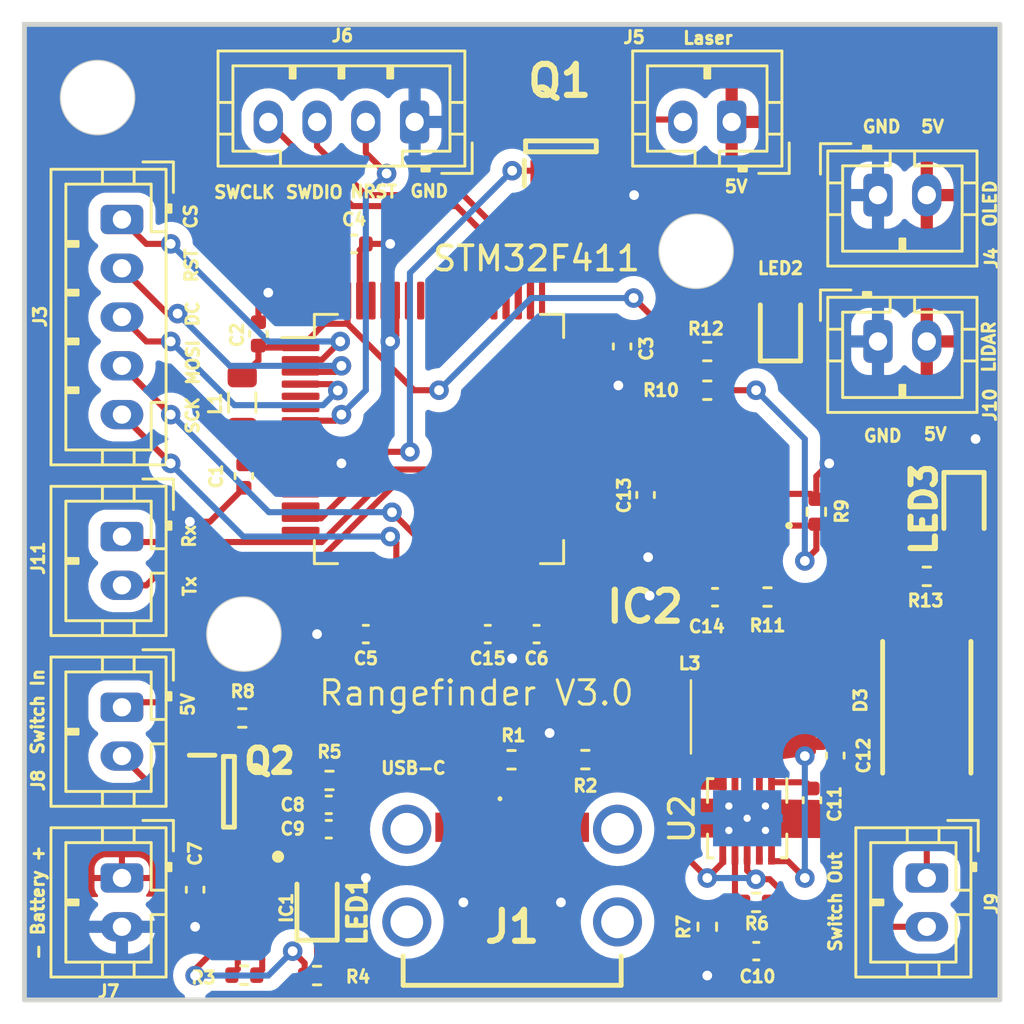
<source format=kicad_pcb>
(kicad_pcb (version 20221018) (generator pcbnew)
  (layers (0 "F.Cu" signal) (31 "B.Cu" signal) (34 "B.Paste" user) (35 "F.Paste" user) (36 "B.SilkS" user "B.Silkscreen") (37 "F.SilkS" user "F.Silkscreen") (38 "B.Mask" user) (39 "F.Mask" user) (44 "Edge.Cuts" user))
  (net 0 "")
  (net 1 "GND")
  (net 2 "3.3V_Board")
  (net 3 "Net-(IC1-VBAT_1)")
  (net 4 "5V_USB")
  (net 5 "Net-(J9-Pin_2)")
  (net 6 "Net-(U2-VAUX)")
  (net 7 "5V_Board")
  (net 8 "Net-(J9-Pin_1)")
  (net 9 "Net-(IC1-STAT)")
  (net 11 "Net-(IC1-PROG)")
  (net 12 "Net-(IC2-FB)")
  (net 20 "Net-(IC2-EN)")
  (net 23 "Net-(J1-CC1)")
  (net 24 "Net-(J1-CC2)")
  (net 29 "/Processor/PC6_USART6_TX")
  (net 30 "/Processor/PC7_USART6_RX")
  (net 31 "/Processor/OLED_DC")
  (net 32 "/Processor/SPI_RST")
  (net 33 "/Processor/SPI_CS")
  (net 34 "/Processor/PA5_SPI1_SCK")
  (net 35 "/Processor/PA7_SPI1_MOSI")
  (net 36 "/Processor/NRST")
  (net 37 "/Processor/SWCLK")
  (net 38 "/Processor/SWDIO")
  (net 39 "Net-(U2-L)")
  (net 40 "Net-(LED1-Pad1)")
  (net 41 "Net-(LED2-Pad2)")
  (net 42 "Net-(LED3-Pad2)")
  (net 43 "/Processor/PA1_LASER_SWITCH")
  (net 44 "Net-(Q2-Pad1)")
  (net 45 "Net-(U2-UVLO)")
  (net 46 "Net-(STM32F411-VDDA)")
  (net 47 "Net-(STM32F411-VCAP1)")
  (net 88 "Net-(J8-Pin_2)")
  (net 89 "Net-(J5-Pin_2)")
  (footprint "Capacitor_SMD:C_0402_1005Metric" (layer "F.Cu") (at 144 115)
    (fp_text reference "C5")
    (fp_text value "0.1uF")
  )
  (footprint "lib:SOT95P230X110-3N" (layer "F.Cu") (at 152 95 90)
    (fp_text reference "Q1")
    (fp_text value "PMV50XPAR" hide)
  )
  (footprint "Resistor_SMD:R_0402_1005Metric" (layer "F.Cu") (at 149.973157 120.153463)
    (fp_text reference "R1")
    (fp_text value "5.11K")
  )
  (footprint "Connector_JST:JST_PH_B2B-PH-K_1x02_P2.00mm_Vertical" (layer "F.Cu") (at 159 94 180)
    (fp_text reference "J5")
    (fp_text value "LASER")
  )
  (footprint "Resistor_SMD:R_0402_1005Metric" (layer "F.Cu") (at 162.470505 109.984308 90)
    (fp_text reference "R9")
    (fp_text value "24K")
  )
  (footprint "Capacitor_SMD:C_0402_1005Metric" (layer "F.Cu") (at 139.595765 102.690126 90)
    (fp_text reference "C2")
    (fp_text value "1uF")
  )
  (footprint "Capacitor_SMD:C_0402_1005Metric" (layer "F.Cu") (at 154.508097 103.205388 90)
    (fp_text reference "C3")
    (fp_text value "0.1uF")
  )
  (footprint "rangefinder_lib:SON50P300X200X100-9N-D" (layer "F.Cu") (at 139 126 -90)
    (fp_text reference "IC1")
    (fp_text value "Battery_Charger" hide)
  )
  (footprint "Capacitor_SMD:C_0402_1005Metric" (layer "F.Cu") (at 142.48 123 180)
    (fp_text reference "C9")
    (fp_text value "0.1uF")
  )
  (footprint "Resistor_SMD:R_0402_1005Metric" (layer "F.Cu") (at 153 120.146374)
    (fp_text reference "R2")
    (fp_text value "5.11K")
  )
  (footprint "Resistor_SMD:R_0402_1005Metric" (layer "F.Cu") (at 160.469636 113.478667 180)
    (fp_text reference "R11")
    (fp_text value "100K")
  )
  (footprint "Capacitor_SMD:C_0402_1005Metric" (layer "F.Cu") (at 160.01 128 180)
    (fp_text reference "C10")
    (fp_text value "4.7uF")
  )
  (footprint "lib:SMBJ20CDM3I" (layer "F.Cu") (at 167 118 -90)
    (fp_text reference "D3")
    (fp_text value "VS-10BQ040HM3_5BT" hide)
  )
  (footprint "Capacitor_SMD:C_0402_1005Metric" (layer "F.Cu") (at 142.48 122 180)
    (fp_text reference "C8")
    (fp_text value "10uF")
  )
  (footprint "Capacitor_SMD:C_0402_1005Metric" (layer "F.Cu") (at 163.25 119.98 -90)
    (fp_text reference "C12")
    (fp_text value "22uF")
  )
  (footprint "Package_QFP:LQFP-64_10x10mm_P0.5mm" (layer "F.Cu") (at 147 107)
    (fp_text reference "STM32F411")
    (fp_text value "STM32F411RETx")
  )
  (footprint "Resistor_SMD:R_0402_1005Metric" (layer "F.Cu") (at 138.933993 118.438713 180)
    (fp_text reference "R8")
    (fp_text value "1K")
  )
  (footprint "Resistor_SMD:R_0402_1005Metric" (layer "F.Cu") (at 167 112.632571 180)
    (fp_text reference "R13")
    (fp_text value "1K")
  )
  (footprint "Capacitor_SMD:C_0402_1005Metric" (layer "F.Cu") (at 158.318281 113.486453 180)
    (fp_text reference "C14")
    (fp_text value "10uF")
  )
  (footprint "Connector_JST:JST_PH_B4B-PH-K_1x04_P2.00mm_Vertical" (layer "F.Cu") (at 146 94 180)
    (fp_text reference "J6")
    (fp_text value "DEBUG")
  )
  (footprint "Capacitor_SMD:C_0402_1005Metric" (layer "F.Cu") (at 155.470107 109.294687 90)
    (fp_text reference "C13")
    (fp_text value "22uF")
  )
  (footprint "Connector_JST:JST_PH_B2B-PH-K_1x02_P2.00mm_Vertical" (layer "F.Cu") (at 165 103)
    (fp_text reference "J10")
    (fp_text value "LIDAR_PWR")
  )
  (footprint "Capacitor_SMD:C_0402_1005Metric" (layer "F.Cu") (at 151 115)
    (fp_text reference "C6")
    (fp_text value "0.1uF")
  )
  (footprint "Resistor_SMD:R_0402_1005Metric" (layer "F.Cu") (at 142.51 121)
    (fp_text reference "R5")
    (fp_text value "10K")
  )
  (footprint "Connector_JST:JST_PH_B2B-PH-K_1x02_P2.00mm_Vertical" (layer "F.Cu") (at 134 118 -90)
    (fp_text reference "J8")
    (fp_text value "Switch_In")
  )
  (footprint "Capacitor_SMD:C_0402_1005Metric" (layer "F.Cu") (at 137 125.48 90)
    (fp_text reference "C7")
    (fp_text value "10uF")
  )
  (footprint "Resistor_SMD:R_0402_1005Metric" (layer "F.Cu") (at 158 105 180)
    (fp_text reference "R10")
    (fp_text value "75K")
  )
  (footprint "Capacitor_SMD:C_0402_1005Metric" (layer "F.Cu") (at 162.293743 121.810328 -90)
    (fp_text reference "C11")
    (fp_text value "1uF")
  )
  (footprint "Resistor_SMD:R_0402_1005Metric" (layer "F.Cu") (at 142 129 180)
    (fp_text reference "R4")
    (fp_text value "1K")
  )
  (footprint "Connector_JST:JST_PH_B2B-PH-K_1x02_P2.00mm_Vertical" (layer "F.Cu") (at 165 97)
    (fp_text reference "J4")
    (fp_text value "OLED_PWR")
  )
  (footprint "rangefinder_lib:USB4125GFA0190" (layer "F.Cu") (at 150 126)
    (fp_text reference "J1")
    (fp_text value "USB-C" hide)
  )
  (footprint "Connector_JST:JST_PH_B2B-PH-K_1x02_P2.00mm_Vertical" (layer "F.Cu") (at 167 125 -90)
    (fp_text reference "J9")
    (fp_text value "Switch_Out")
  )
  (footprint "lib:SOT95P230X110-3N" (layer "F.Cu") (at 138.387046 121.46544)
    (fp_text reference "Q2")
    (fp_text value "PMV50XPAR" hide)
  )
  (footprint "lib:LEDC1608X90N" (layer "F.Cu") (at 161 102.25 90)
    (fp_text reference "LED2")
    (fp_text value "3.3V_LED" hide)
  )
  (footprint "Capacitor_SMD:C_0402_1005Metric" (layer "F.Cu") (at 143.52 99 180)
    (fp_text reference "C4")
    (fp_text value "0.1uF")
  )
  (footprint "Connector_JST:JST_PH_B2B-PH-K_1x02_P2.00mm_Vertical" (layer "F.Cu") (at 134 111 -90)
    (fp_text reference "J11")
    (fp_text value "LIDAR_UART")
  )
  (footprint "Resistor_SMD:R_0402_1005Metric" (layer "F.Cu") (at 139.017612 128.982987 180)
    (fp_text reference "R3")
    (fp_text value "2K")
  )
  (footprint "rangefinder_lib:LQH3NPN100MGRL" (layer "F.Cu") (at 157.329985 118.395035)
    (fp_text reference "L3")
    (fp_text value "2.2uH" hide)
  )
  (footprint "Resistor_SMD:R_0402_1005Metric" (layer "F.Cu") (at 158 103.414193 180)
    (fp_text reference "R12")
    (fp_text value "1K")
  )
  (footprint "Capacitor_SMD:C_0402_1005Metric" (layer "F.Cu") (at 139 108.52 90)
    (fp_text reference "C1")
    (fp_text value "0.1uF")
  )
  (footprint "Package_SON:Texas_S-PVSON-N10_ThermalVias" (layer "F.Cu") (at 159.635 122.55 -90)
    (fp_text reference "U2")
    (fp_text value "5V_Boost")
  )
  (footprint "lib:LEDC1608X90N" (layer "F.Cu") (at 168.526962 109.920503 -90)
    (fp_text reference "LED3")
    (fp_text value "5V_LED" hide)
  )
  (footprint "Inductor_SMD:L_0805_2012Metric" (layer "F.Cu") (at 138.931486 105.507004 -90)
    (fp_text reference "L1")
    (fp_text value "100uH")
  )
  (footprint "lib:LEDC1608X90N" (layer "F.Cu") (at 142 126 90)
    (fp_text reference "LED1")
    (fp_text value "Charging_LED" hide)
  )
  (footprint "Capacitor_SMD:C_0402_1005Metric" (layer "F.Cu") (at 149 115)
    (fp_text reference "C15")
    (fp_text value "1uF")
  )
  (footprint "Resistor_SMD:R_0402_1005Metric" (layer "F.Cu") (at 158 127 -90)
    (fp_text reference "R7")
    (fp_text value "200K")
  )
  (footprint "Connector_JST:JST_PH_B5B-PH-K_1x05_P2.00mm_Vertical" (layer "F.Cu") (at 134 98 -90)
    (fp_text reference "J3")
    (fp_text value "OLED_SPI")
  )
  (footprint "lib:MPM3610AGQVZ" (layer "F.Cu") (at 159 109 180)
    (fp_text reference "IC2")
    (fp_text value "3.3V_Buck" hide)
  )
  (footprint "Connector_JST:JST_PH_B2B-PH-K_1x02_P2.00mm_Vertical" (layer "F.Cu") (at 134 125 -90)
    (fp_text reference "J7")
    (fp_text value "Battery")
  )
  (footprint "Resistor_SMD:R_0402_1005Metric" (layer "F.Cu") (at 160 126 180)
    (fp_text reference "R6")
    (fp_text value "2.2M")
  )
  (gr_rect (start 130 90) (end 170 130) (stroke (width 0.2)) (fill none) (layer "Edge.Cuts"))
  (gr_circle (center 157.54277 99.304819) (end 159.04277 99.304819) (stroke (width 0.1)) (fill none) (layer "Edge.Cuts"))
  (gr_circle (center 139 115) (end 140.5 115) (stroke (width 0.1)) (fill none) (layer "Edge.Cuts"))
  (gr_circle (center 133 93) (end 134.5 93) (stroke (width 0.1)) (fill none) (layer "Edge.Cuts"))
  (gr_text "Switch Out" (at 163.542211 128.084796 90) (layer "F.SilkS") (effects (font (size 0.5 0.5) (thickness 0.125) bold) (justify left bottom)))
  (gr_text "Laser" (at 156.945336 90.852821) (layer "F.SilkS") (effects (font (size 0.5 0.5) (thickness 0.125) bold) (justify left bottom)))
  (gr_text "USB-C" (at 144.558277 120.785021) (layer "F.SilkS") (effects (font (size 0.5 0.5) (thickness 0.125) bold) (justify left bottom)))
  (gr_text "5V" (at 137 118.423795 90) (layer "F.SilkS") (effects (font (size 0.5 0.5) (thickness 0.125) bold) (justify left bottom)))
  (gr_text "SWCLK" (at 137.711804 97.175009) (layer "F.SilkS") (effects (font (size 0.5 0.5) (thickness 0.125) bold) (justify left bottom)))
  (gr_text "GND" (at 164.304819 94.485805) (layer "F.SilkS") (effects (font (size 0.5 0.5) (thickness 0.125) bold) (justify left bottom)))
  (gr_text "5V" (at 158.647864 96.939733) (layer "F.SilkS") (effects (font (size 0.5 0.5) (thickness 0.125) bold) (justify left bottom)))
  (gr_text "DC" (at 137.190262 102.452997 90) (layer "F.SilkS") (effects (font (size 0.5 0.5) (thickness 0.125) bold) (justify left bottom)))
  (gr_text "GND" (at 164.350019 107.164361) (layer "F.SilkS") (effects (font (size 0.5 0.5) (thickness 0.125) bold) (justify left bottom)))
  (gr_text "Rx" (at 137.050803 111.525215 90) (layer "F.SilkS") (effects (font (size 0.5 0.5) (thickness 0.125) bold) (justify left bottom)))
  (gr_text "OLED" (at 169.887 98.372991 90) (layer "F.SilkS") (effects (font (size 0.5 0.5) (thickness 0.125) bold) (justify left bottom)))
  (gr_text "CS" (at 137.114929 98.445277 90) (layer "F.SilkS") (effects (font (size 0.5 0.5) (thickness 0.125) bold) (justify left bottom)))
  (gr_text "LIDAR" (at 169.8418 104.339371 90) (layer "F.SilkS") (effects (font (size 0.5 0.5) (thickness 0.125) bold) (justify left bottom)))
  (gr_text "5V" (at 166.700411 94.485805) (layer "F.SilkS") (effects (font (size 0.5 0.5) (thickness 0.125) bold) (justify left bottom)))
  (gr_text "GND" (at 145.757376 97.129809) (layer "F.SilkS") (effects (font (size 0.5 0.5) (thickness 0.125) bold) (justify left bottom)))
  (gr_text "SWDIO" (at 140.649794 97.175009) (layer "F.SilkS") (effects (font (size 0.5 0.5) (thickness 0.125) bold) (justify left bottom)))
  (gr_text "NRST" (at 143.293985 97.152409) (layer "F.SilkS") (effects (font (size 0.5 0.5) (thickness 0.125) bold) (justify left bottom)))
  (gr_text "Tx" (at 137.073403 113.514008 90) (layer "F.SilkS") (effects (font (size 0.5 0.5) (thickness 0.125) bold) (justify left bottom)))
  (gr_text "RST" (at 137.145062 100.645003 90) (layer "F.SilkS") (effects (font (size 0.5 0.5) (thickness 0.125) bold) (justify left bottom)))
  (gr_text "MOSI" (at 137.205329 104.848588 90) (layer "F.SilkS") (effects (font (size 0.5 0.5) (thickness 0.125) bold) (justify left bottom)))
  (gr_text "SCK" (at 137.190262 106.852448 90) (layer "F.SilkS") (effects (font (size 0.5 0.5) (thickness 0.125) bold) (justify left bottom)))
  (gr_text "Switch In" (at 130.838214 120 90) (layer "F.SilkS") (effects (font (size 0.5 0.5) (thickness 0.125) bold) (justify left bottom)))
  (gr_text "Rangefinder V3.0" (at 142 118) (layer "F.SilkS") (effects (font (size 1 1) (thickness 0.125) bold) (justify left bottom)))
  (gr_text "5V" (at 166.81341 107.096561) (layer "F.SilkS") (effects (font (size 0.5 0.5) (thickness 0.125) bold) (justify left bottom)))
  (gr_text "- Battery +" (at 130.848171 128.416261 90) (layer "F.SilkS") (effects (font (size 0.5 0.5) (thickness 0.125) bold) (justify left bottom)))
  (segment (start 150.25 114.73) (end 150.52 115) (width 0.25) (layer "F.Cu") (net 1))
  (segment (start 150.483157 120.108439) (end 151.535701 119.055895) (width 0.25) (layer "F.Cu") (net 1))
  (segment (start 162.470505 109.474308) (end 162.470505 108.529495) (width 0.25) (layer "F.Cu") (net 1))
  (segment (start 159 128) (end 158 129) (width 0.25) (layer "F.Cu") (net 1))
  (segment (start 143.75 101.325) (end 143.75 99.25) (width 0.25) (layer "F.Cu") (net 1))
  (segment (start 159.135 121.965) (end 159 122.1) (width 0.25) (layer "F.Cu") (net 1))
  (segment (start 142.96 123.96) (end 144 125) (width 0.25) (layer "F.Cu") (net 1))
  (segment (start 138.75 127.5) (end 138.75 126.25) (width 0.25) (layer "F.Cu") (net 1))
  (segment (start 142.25 108.75) (end 143 108) (width 0.25) (layer "F.Cu") (net 1))
  (segment (start 160.135 124.025) (end 160.135 123.135) (width 0.25) (layer "F.Cu") (net 1))
  (segment (start 162.470505 108.529495) (end 163 108) (width 0.25) (layer "F.Cu") (net 1))
  (segment (start 154.1 96.1) (end 155 97) (width 0.25) (layer "F.Cu") (net 1))
  (segment (start 162.246197 109.25) (end 162.470505 109.474308) (width 0.25) (layer "F.Cu") (net 1))
  (segment (start 137.608269 110.391731) (end 136.785207 110.391731) (width 0.25) (layer "F.Cu") (net 1))
  (segment (start 149.48 115) (end 150.52 115) (width 0.25) (layer "F.Cu") (net 1))
  (segment (start 139.595765 101.404235) (end 140 101) (width 0.25) (layer "F.Cu") (net 1))
  (segment (start 154.443485 103.75) (end 154.508097 103.685388) (width 0.25) (layer "F.Cu") (net 1))
  (segment (start 143.75 114.77) (end 143.52 115) (width 0.25) (layer "F.Cu") (net 1))
  (segment (start 141.325 108.75) (end 142.25 108.75) (width 0.25) (layer "F.Cu") (net 1))
  (segment (start 152.75 125.25) (end 152 126) (width 0.25) (layer "F.Cu") (net 1))
  (segment (start 143.52 115) (end 142 115) (width 0.25) (layer "F.Cu") (net 1))
  (segment (start 143.02 121) (end 143.02 121.94) (width 0.25) (layer "F.Cu") (net 1))
  (segment (start 154.508097 103.685388) (end 154.508097 104.650191) (width 0.25) (layer "F.Cu") (net 1))
  (segment (start 152.675 103.75) (end 154.443485 103.75) (width 0.25) (layer "F.Cu") (net 1))
  (segment (start 153.51 119.51) (end 153.055895 119.055895) (width 0.25) (layer "F.Cu") (net 1))
  (segment (start 160.135 123.135) (end 160 123) (width 0.25) (layer "F.Cu") (net 1))
  (segment (start 153.055895 119.055895) (end 151.535701 119.055895) (width 0.25) (layer "F.Cu") (net 1))
  (segment (start 150.483157 120.153463) (end 150.483157 120.108439) (width 0.25) (layer "F.Cu") (net 1))
  (segment (start 144 99) (end 145 99) (width 0.25) (layer "F.Cu") (net 1))
  (segment (start 168.526962 107.473038) (end 168.526962 109.170503) (width 0.25) (layer "F.Cu") (net 1))
  (segment (start 143.75 99.25) (end 144 99) (width 0.25) (layer "F.Cu") (net 1))
  (segment (start 142.96 123) (end 142.96 123.96) (width 0.25) (layer "F.Cu") (net 1))
  (segment (start 152.75 122.92) (end 152.75 125.25) (width 0.25) (layer "F.Cu") (net 1))
  (segment (start 159.53 128) (end 159 128) (width 0.25) (layer "F.Cu") (net 1))
  (segment (start 145.25 102.75) (end 145 103) (width 0.25) (layer "F.Cu") (net 1))
  (segment (start 163.25 120.46) (end 163.25 121.75) (width 0.25) (layer "F.Cu") (net 1))
  (segment (start 138.75 126.25) (end 139 126) (width 0.25) (layer "F.Cu") (net 1))
  (segment (start 137 125.96) (end 137 127) (width 0.25) (layer "F.Cu") (net 1))
  (segment (start 143.75 112.675) (end 143.75 114.77) (width 0.25) (layer "F.Cu") (net 1))
  (segment (start 147.25 125.25) (end 148 126) (width 0.25) (layer "F.Cu") (net 1))
  (segment (start 169 107) (end 168.526962 107.473038) (width 0.25) (layer "F.Cu") (net 1))
  (segment (start 160.25 109.25) (end 162.246197 109.25) (width 0.25) (layer "F.Cu") (net 1))
  (segment (start 139.595765 102.210126) (end 139.595765 101.404235) (width 0.25) (layer "F.Cu") (net 1))
  (segment (start 153.51 120.146374) (end 153.51 119.51) (width 0.25) (layer "F.Cu") (net 1))
  (segment (start 138.75 127.5) (end 138.75 128.740599) (width 0.25) (layer "F.Cu") (net 1))
  (segment (start 149.48 115) (end 149.48 115.48) (width 0.25) (layer "F.Cu") (net 1))
  (segment (start 161 103) (end 165 103) (width 0.25) (layer "F.Cu") (net 1))
  (segment (start 163.25 121.75) (end 163 122) (width 0.25) (layer "F.Cu") (net 1))
  (segment (start 150.25 112.675) (end 150.25 114.73) (width 0.25) (layer "F.Cu") (net 1))
  (segment (start 149.48 115.48) (end 150 116) (width 0.25) (layer "F.Cu") (net 1))
  (segment (start 159.135 121.075) (end 159.135 121.965) (width 0.25) (layer "F.Cu") (net 1))
  (segment (start 142.96 122) (end 142.96 123) (width 0.25) (layer "F.Cu") (net 1))
  (segment (start 158 127.51) (end 158 129) (width 0.25) (layer "F.Cu") (net 1))
  (segment (start 145.25 101.325) (end 145.25 102.75) (width 0.25) (layer "F.Cu") (net 1))
  (segment (start 138.75 128.740599) (end 138.507612 128.982987) (width 0.25) (layer "F.Cu") (net 1))
  (segment (start 154.508097 104.650191) (end 154.353523 104.804765) (width 0.25) (layer "F.Cu") (net 1))
  (segment (start 147.25 122.92) (end 147.25 125.25) (width 0.25) (layer "F.Cu") (net 1))
  (segment (start 152.95 96.1) (end 154.1 96.1) (width 0.25) (layer "F.Cu") (net 1))
  (segment (start 139 109) (end 137.608269 110.391731) (width 0.25) (layer "F.Cu") (net 1))
  (segment (start 143.02 121.94) (end 142.96 122) (width 0.25) (layer "F.Cu") (net 1))
  (via (at 148 126) (size 0.8) (drill 0.4) (layers "F.Cu" "B.Cu") (net 1))
  (via (at 151.535701 119.055895) (size 0.8) (drill 0.4) (layers "F.Cu" "B.Cu") (net 1))
  (via (at 143 108) (size 0.8) (drill 0.4) (layers "F.Cu" "B.Cu") (net 1))
  (via (at 144 125) (size 0.8) (drill 0.4) (layers "F.Cu" "B.Cu") (net 1))
  (via (at 139 115) (size 3.2) (drill 3) (layers "F.Cu" "B.Cu") (net 1))
  (via (at 155.635352 113.425422) (size 0.8) (drill 0.4) (layers "F.Cu" "B.Cu") (net 1))
  (via (at 140 101) (size 0.8) (drill 0.4) (layers "F.Cu" "B.Cu") (net 1))
  (via (at 163 108) (size 0.8) (drill 0.4) (layers "F.Cu" "B.Cu") (net 1))
  (via (at 169 107) (size 0.8) (drill 0.4) (layers "F.Cu" "B.Cu") (net 1))
  (via (at 157.54277 99.304819) (size 3.2) (drill 3) (layers "F.Cu" "B.Cu") (net 1))
  (via (at 155 97) (size 0.8) (drill 0.4) (layers "F.Cu" "B.Cu") (net 1))
  (via (at 136.785207 110.391731) (size 0.8) (drill 0.4) (layers "F.Cu" "B.Cu") (net 1))
  (via (at 137 127) (size 0.8) (drill 0.4) (layers "F.Cu" "B.Cu") (net 1))
  (via (at 152 126) (size 0.8) (drill 0.4) (layers "F.Cu" "B.Cu") (net 1))
  (via (at 145 103) (size 0.8) (drill 0.4) (layers "F.Cu" "B.Cu") (net 1))
  (via (at 154.353523 104.804765) (size 0.8) (drill 0.4) (layers "F.Cu" "B.Cu") (net 1))
  (via (at 133 93) (size 3.2) (drill 3) (layers "F.Cu" "B.Cu") (net 1))
  (via (at 142 115) (size 0.8) (drill 0.4) (layers "F.Cu" "B.Cu") (net 1))
  (via (at 145 99) (size 0.8) (drill 0.4) (layers "F.Cu" "B.Cu") (net 1))
  (via (at 158 129) (size 0.8) (drill 0.4) (layers "F.Cu" "B.Cu") (net 1))
  (via (at 155.574577 111.845282) (size 0.8) (drill 0.4) (layers "F.Cu" "B.Cu") (net 1))
  (via (at 150 116) (size 0.8) (drill 0.4) (layers "F.Cu" "B.Cu") (net 1))
  (segment (start 144.25 114.77) (end 144.48 115) (width 0.25) (layer "F.Cu") (net 2))
  (segment (start 143.25 102.275305) (end 143.25 101.325) (width 0.25) (layer "F.Cu") (net 2))
  (segment (start 150.75 112.675) (end 151.48 113.405) (width 0.25) (layer "F.Cu") (net 2))
  (segment (start 147 105) (end 145.974695 105) (width 0.25) (layer "F.Cu") (net 2))
  (segment (start 154 110.277185) (end 154 112.48) (width 0.25) (layer "F.Cu") (net 2))
  (segment (start 151.48 115) (end 151.48 115.50995) (width 0.25) (layer "F.Cu") (net 2))
  (segment (start 139.595765 103.170126) (end 139.595765 103.780225) (width 0.25) (layer "F.Cu") (net 2))
  (segment (start 139.675639 103.25) (end 139.595765 103.170126) (width 0.25) (layer "F.Cu") (net 2))
  (segment (start 151.48 115.50995) (end 149.98995 117) (width 0.25) (layer "F.Cu") (net 2))
  (segment (start 154 112.48) (end 151.48 115) (width 0.25) (layer "F.Cu") (net 2))
  (segment (start 146.48 117) (end 144.48 115) (width 0.25) (layer "F.Cu") (net 2))
  (segment (start 155.725388 102.725388) (end 156 103) (width 0.25) (layer "F.Cu") (net 2))
  (segment (start 142.299695 102.275305) (end 143.25 102.275305) (width 0.25) (layer "F.Cu") (net 2))
  (segment (start 139.595765 103.780225) (end 138.931486 104.444504) (width 0.25) (layer "F.Cu") (net 2))
  (segment (start 149.98995 117) (end 146.48 117) (width 0.25) (layer "F.Cu") (net 2))
  (segment (start 143.25 99.21) (end 143.04 99) (width 0.25) (layer "F.Cu") (net 2))
  (segment (start 143.25 101.325) (end 143.25 99.21) (width 0.25) (layer "F.Cu") (net 2))
  (segment (start 153.199612 102.725388) (end 154.508097 102.725388) (width 0.25) (layer "F.Cu") (net 2))
  (segment (start 156 102.238859) (end 154.981168 101.220027) (width 0.25) (layer "F.Cu") (net 2))
  (segment (start 156 103) (end 156 102.238859) (width 0.25) (layer "F.Cu") (net 2))
  (segment (start 141.325 103.25) (end 139.675639 103.25) (width 0.25) (layer "F.Cu") (net 2))
  (segment (start 154.508097 102.725388) (end 155.725388 102.725388) (width 0.25) (layer "F.Cu") (net 2))
  (segment (start 141.325 103.25) (end 142.299695 102.275305) (width 0.25) (layer "F.Cu") (net 2))
  (segment (start 145.974695 105) (end 143.25 102.275305) (width 0.25) (layer "F.Cu") (net 2))
  (segment (start 155.462498 108.814687) (end 154 110.277185) (width 0.25) (layer "F.Cu") (net 2))
  (segment (start 155.470107 108.814687) (end 155.462498 108.814687) (width 0.25) (layer "F.Cu") (net 2))
  (segment (start 144.25 112.675) (end 144.25 114.77) (width 0.25) (layer "F.Cu") (net 2))
  (segment (start 152.675 103.25) (end 153.199612 102.725388) (width 0.25) (layer "F.Cu") (net 2))
  (segment (start 151.48 113.405) (end 151.48 115) (width 0.25) (layer "F.Cu") (net 2))
  (via (at 147 105) (size 0.8) (drill 0.4) (layers "F.Cu" "B.Cu") (net 2))
  (via (at 154.981168 101.220027) (size 0.8) (drill 0.4) (layers "F.Cu" "B.Cu") (net 2))
  (segment (start 150.779973 101.220027) (end 147 105) (width 0.25) (layer "B.Cu") (net 2))
  (segment (start 154.981168 101.220027) (end 150.779973 101.220027) (width 0.25) (layer "B.Cu") (net 2))
  (segment (start 134 118) (end 134.206287 117.793713) (width 0.25) (layer "F.Cu") (net 4))
  (segment (start 134.206287 117.793713) (end 138.798993 117.793713) (width 0.25) (layer "F.Cu") (net 4))
  (segment (start 138.798993 117.793713) (end 139.443993 118.438713) (width 0.25) (layer "F.Cu") (net 4))
  (segment (start 160.49 126.02) (end 160.51 126) (width 0.25) (layer "F.Cu") (net 5))
  (segment (start 160.559498 125.049498) (end 161.255 125.745) (width 0.25) (layer "F.Cu") (net 5))
  (segment (start 160.49 128) (end 160.49 126.02) (width 0.25) (layer "F.Cu") (net 5))
  (segment (start 161 126) (end 161.255 125.745) (width 0.25) (layer "F.Cu") (net 5))
  (segment (start 160.51 126) (end 161 126) (width 0.25) (layer "F.Cu") (net 5))
  (segment (start 159.99296 125.049498) (end 160.559498 125.049498) (width 0.25) (layer "F.Cu") (net 5))
  (segment (start 159.635 124.31) (end 159.635 124.691538) (width 0.25) (layer "F.Cu") (net 5))
  (segment (start 167 127) (end 162.51 127) (width 0.25) (layer "F.Cu") (net 5))
  (segment (start 158.635 124.31) (end 158.635 124.365) (width 0.25) (layer "F.Cu") (net 5))
  (segment (start 158 125) (end 157 124) (width 0.25) (layer "F.Cu") (net 5))
  (segment (start 158.635 124.365) (end 158 125) (width 0.25) (layer "F.Cu") (net 5))
  (segment (start 159.635 124.691538) (end 159.99296 125.049498) (width 0.25) (layer "F.Cu") (net 5))
  (segment (start 161.255 125.745) (end 162.51 127) (width 0.25) (layer "F.Cu") (net 5))
  (segment (start 157 124) (end 157 121) (width 0.25) (layer "F.Cu") (net 5))
  (via (at 159.99296 125.049498) (size 0.8) (drill 0.4) (layers "F.Cu" "B.Cu") (net 5))
  (via (at 158 125) (size 0.8) (drill 0.4) (layers "F.Cu" "B.Cu") (net 5))
  (segment (start 158 125) (end 159.943462 125) (width 0.25) (layer "B.Cu") (net 5))
  (segment (start 159.943462 125) (end 159.99296 125.049498) (width 0.25) (layer "B.Cu") (net 5))
  (segment (start 160.635 121.075) (end 162.038415 121.075) (width 0.25) (layer "F.Cu") (net 6))
  (segment (start 162.038415 121.075) (end 162.293743 121.330328) (width 0.25) (layer "F.Cu") (net 6))
  (segment (start 159.25 113.034734) (end 158.798281 113.486453) (width 0.25) (layer "F.Cu") (net 7))
  (segment (start 162 120) (end 161 119) (width 0.25) (layer "F.Cu") (net 7))
  (segment (start 160.135 120.135) (end 160.27 120) (width 0.25) (layer "F.Cu") (net 7))
  (segment (start 158.798281 114.798281) (end 160 116) (width 0.25) (layer "F.Cu") (net 7))
  (segment (start 160.135 121.075) (end 160.135 120.135) (width 0.25) (layer "F.Cu") (net 7))
  (segment (start 160.27 120) (end 161 120) (width 0.25) (layer "F.Cu") (net 7))
  (segment (start 160.635 124.31) (end 161.31 124.31) (width 0.25) (layer "F.Cu") (net 7))
  (segment (start 158.798281 113.486453) (end 158.798281 114.798281) (width 0.25) (layer "F.Cu") (net 7))
  (segment (start 159.959636 114.959636) (end 160 115) (width 0.25) (layer "F.Cu") (net 7))
  (segment (start 159.959636 113.478667) (end 159.959636 114.959636) (width 0.25) (layer "F.Cu") (net 7))
  (segment (start 161.31 124.31) (end 162 125) (width 0.25) (layer "F.Cu") (net 7))
  (segment (start 159.25 111.25) (end 159.25 113.034734) (width 0.25) (layer "F.Cu") (net 7))
  (via (at 162 125) (size 0.8) (drill 0.4) (layers "F.Cu" "B.Cu") (net 7))
  (via (at 162 120) (size 0.8) (drill 0.4) (layers "F.Cu" "B.Cu") (net 7))
  (segment (start 162 125) (end 162 120) (width 0.25) (layer "B.Cu") (net 7))
  (segment (start 167 120.2) (end 167 125) (width 0.25) (layer "F.Cu") (net 8))
  (segment (start 141.49 128.49) (end 141 128) (width 0.25) (layer "F.Cu") (net 9))
  (segment (start 137 129) (end 137 128.75) (width 0.25) (layer "F.Cu") (net 9))
  (segment (start 141.49 129) (end 141.49 128.49) (width 0.25) (layer "F.Cu") (net 9))
  (segment (start 137 128.75) (end 138.25 127.5) (width 0.25) (layer "F.Cu") (net 9))
  (via (at 141 128) (size 0.8) (drill 0.4) (layers "F.Cu" "B.Cu") (net 9))
  (via (at 137 129) (size 0.8) (drill 0.4) (layers "F.Cu" "B.Cu") (net 9))
  (segment (start 140 129) (end 137 129) (width 0.25) (layer "B.Cu") (net 9))
  (segment (start 141 128) (end 140 129) (width 0.25) (layer "B.Cu") (net 9))
  (segment (start 139.75 128.760599) (end 139.527612 128.982987) (width 0.25) (layer "F.Cu") (net 11))
  (segment (start 139.75 127.5) (end 139.75 128.760599) (width 0.25) (layer "F.Cu") (net 11))
  (segment (start 160 105) (end 158.51 105) (width 0.25) (layer "F.Cu") (net 12))
  (segment (start 162.414813 110.55) (end 162.470505 110.494308) (width 0.25) (layer "F.Cu") (net 12))
  (segment (start 162.470505 110.494308) (end 162.470505 111.529495) (width 0.25) (layer "F.Cu") (net 12))
  (segment (start 160.4 110.55) (end 162.414813 110.55) (width 0.25) (layer "F.Cu") (net 12))
  (segment (start 162.470505 111.529495) (end 162 112) (width 0.25) (layer "F.Cu") (net 12))
  (via (at 160 105) (size 0.8) (drill 0.4) (layers "F.Cu" "B.Cu") (net 12))
  (via (at 162 112) (size 0.8) (drill 0.4) (layers "F.Cu" "B.Cu") (net 12))
  (segment (start 162 107) (end 160 105) (width 0.25) (layer "B.Cu") (net 12))
  (segment (start 162 112) (end 162 107) (width 0.25) (layer "B.Cu") (net 12))
  (segment (start 159.75 111.45) (end 159.75 112.249031) (width 0.25) (layer "F.Cu") (net 20))
  (segment (start 159.75 112.249031) (end 160.979636 113.478667) (width 0.25) (layer "F.Cu") (net 20))
  (segment (start 149.5 122.92) (end 149.5 120.190306) (width 0.25) (layer "F.Cu") (net 23))
  (segment (start 149.5 120.190306) (end 149.463157 120.153463) (width 0.25) (layer "F.Cu") (net 23))
  (segment (start 150.5 122.92) (end 150.5 122.136374) (width 0.25) (layer "F.Cu") (net 24))
  (segment (start 150.5 122.136374) (end 152.49 120.146374) (width 0.25) (layer "F.Cu") (net 24))
  (segment (start 135 113) (end 134 113) (width 0.25) (layer "F.Cu") (net 29))
  (segment (start 142.052081 112) (end 136 112) (width 0.25) (layer "F.Cu") (net 29))
  (segment (start 152.675 108.75) (end 145.302081 108.75) (width 0.25) (layer "F.Cu") (net 29))
  (segment (start 145.302081 108.75) (end 142.052081 112) (width 0.25) (layer "F.Cu") (net 29))
  (segment (start 136 112) (end 135 113) (width 0.25) (layer "F.Cu") (net 29))
  (segment (start 152.675 108.25) (end 145.165685 108.25) (width 0.25) (layer "F.Cu") (net 30))
  (segment (start 142.190685 111.225) (end 134.225 111.225) (width 0.25) (layer "F.Cu") (net 30))
  (segment (start 134.225 111.225) (end 134 111) (width 0.25) (layer "F.Cu") (net 30))
  (segment (start 145.165685 108.25) (end 142.190685 111.225) (width 0.25) (layer "F.Cu") (net 30))
  (segment (start 136 103) (end 135 103) (width 0.25) (layer "F.Cu") (net 31))
  (segment (start 142.850846 105.011689) (end 142.589157 104.75) (width 0.25) (layer "F.Cu") (net 31))
  (segment (start 135 103) (end 134 102) (width 0.25) (layer "F.Cu") (net 31))
  (segment (start 142.589157 104.75) (end 141.325 104.75) (width 0.25) (layer "F.Cu") (net 31))
  (via (at 142.850846 105.011689) (size 0.8) (drill 0.4) (layers "F.Cu" "B.Cu") (net 31))
  (via (at 136 103) (size 0.8) (drill 0.4) (layers "F.Cu" "B.Cu") (net 31))
  (segment (start 142.251056 105.611479) (end 138.611479 105.611479) (width 0.25) (layer "B.Cu") (net 31))
  (segment (start 138.611479 105.611479) (end 136 103) (width 0.25) (layer "B.Cu") (net 31))
  (segment (start 142.850846 105.011689) (end 142.251056 105.611479) (width 0.25) (layer "B.Cu") (net 31))
  (segment (start 136.282105 101.858839) (end 135.858839 101.858839) (width 0.25) (layer "F.Cu") (net 32))
  (segment (start 142.75 104.25) (end 143 104) (width 0.25) (layer "F.Cu") (net 32))
  (segment (start 141.325 104.25) (end 142.75 104.25) (width 0.25) (layer "F.Cu") (net 32))
  (segment (start 135.858839 101.858839) (end 134 100) (width 0.25) (layer "F.Cu") (net 32))
  (via (at 136.282105 101.858839) (size 0.8) (drill 0.4) (layers "F.Cu" "B.Cu") (net 32))
  (via (at 143 104) (size 0.8) (drill 0.4) (layers "F.Cu" "B.Cu") (net 32))
  (segment (start 143 104) (end 138.423266 104) (width 0.25) (layer "B.Cu") (net 32))
  (segment (start 138.423266 104) (end 136.282105 101.858839) (width 0.25) (layer "B.Cu") (net 32))
  (segment (start 141.325 103.75) (end 142.203425 103.75) (width 0.25) (layer "F.Cu") (net 33))
  (segment (start 136 99) (end 135 99) (width 0.25) (layer "F.Cu") (net 33))
  (segment (start 135 99) (end 134 98) (width 0.25) (layer "F.Cu") (net 33))
  (segment (start 142.203425 103.75) (end 142.951761 103.001664) (width 0.25) (layer "F.Cu") (net 33))
  (via (at 142.951761 103.001664) (size 0.8) (drill 0.4) (layers "F.Cu" "B.Cu") (net 33))
  (via (at 136 99) (size 0.8) (drill 0.4) (layers "F.Cu" "B.Cu") (net 33))
  (segment (start 140.001664 103.001664) (end 136 99) (width 0.25) (layer "B.Cu") (net 33))
  (segment (start 142.951761 103.001664) (end 140.001664 103.001664) (width 0.25) (layer "B.Cu") (net 33))
  (segment (start 145.25 111.25) (end 145 111) (width 0.25) (layer "F.Cu") (net 34))
  (segment (start 136 108) (end 134 106) (width 0.25) (layer "F.Cu") (net 34))
  (segment (start 145.25 112.675) (end 145.25 111.25) (width 0.25) (layer "F.Cu") (net 34))
  (via (at 136 108) (size 0.8) (drill 0.4) (layers "F.Cu" "B.Cu") (net 34))
  (via (at 145 111) (size 0.8) (drill 0.4) (layers "F.Cu" "B.Cu") (net 34))
  (segment (start 136 108.025305) (end 136 108) (width 0.25) (layer "B.Cu") (net 34))
  (segment (start 138.974695 111) (end 136 108.025305) (width 0.25) (layer "B.Cu") (net 34))
  (segment (start 145 111) (end 138.974695 111) (width 0.25) (layer "B.Cu") (net 34))
  (segment (start 136 106) (end 134 104) (width 0.25) (layer "F.Cu") (net 35))
  (segment (start 146.25 111.179728) (end 146.25 112.675) (width 0.25) (layer "F.Cu") (net 35))
  (segment (start 145.073476 110.003204) (end 146.25 111.179728) (width 0.25) (layer "F.Cu") (net 35))
  (via (at 136 106) (size 0.8) (drill 0.4) (layers "F.Cu" "B.Cu") (net 35))
  (via (at 145.073476 110.003204) (size 0.8) (drill 0.4) (layers "F.Cu" "B.Cu") (net 35))
  (segment (start 145.073476 110.003204) (end 145.070272 110) (width 0.25) (layer "B.Cu") (net 35))
  (segment (start 136.025305 106) (end 136 106) (width 0.25) (layer "B.Cu") (net 35))
  (segment (start 140.025305 110) (end 136.025305 106) (width 0.25) (layer "B.Cu") (net 35))
  (segment (start 145.070272 110) (end 140.025305 110) (width 0.25) (layer "B.Cu") (net 35))
  (segment (start 144 95.263514) (end 144 94) (width 0.25) (layer "F.Cu") (net 36))
  (segment (start 144.851322 96.114836) (end 144 95.263514) (width 0.25) (layer "F.Cu") (net 36))
  (segment (start 142.75 106.25) (end 143 106) (width 0.25) (layer "F.Cu") (net 36))
  (segment (start 141.325 106.25) (end 142.75 106.25) (width 0.25) (layer "F.Cu") (net 36))
  (via (at 143 106) (size 0.8) (drill 0.4) (layers "F.Cu" "B.Cu") (net 36))
  (via (at 144.851322 96.114836) (size 0.8) (drill 0.4) (layers "F.Cu" "B.Cu") (net 36))
  (segment (start 144 96.966158) (end 144 105) (width 0.25) (layer "B.Cu") (net 36))
  (segment (start 144 105) (end 143 106) (width 0.25) (layer "B.Cu") (net 36))
  (segment (start 144.851322 96.114836) (end 144 96.966158) (width 0.25) (layer "B.Cu") (net 36))
  (segment (start 150.75 100.484315) (end 147.715685 97.45) (width 0.25) (layer "F.Cu") (net 37))
  (segment (start 143.45 97.45) (end 140 94) (width 0.25) (layer "F.Cu") (net 37))
  (segment (start 147.715685 97.45) (end 143.45 97.45) (width 0.25) (layer "F.Cu") (net 37))
  (segment (start 150.75 101.325) (end 150.75 100.484315) (width 0.25) (layer "F.Cu") (net 37))
  (segment (start 151.834315 104.25) (end 151.225 103.640685) (width 0.25) (layer "F.Cu") (net 38))
  (segment (start 151.225 103.640685) (end 151.225 100.225) (width 0.25) (layer "F.Cu") (net 38))
  (segment (start 144 97) (end 142 95) (width 0.25) (layer "F.Cu") (net 38))
  (segment (start 152.675 104.25) (end 151.834315 104.25) (width 0.25) (layer "F.Cu") (net 38))
  (segment (start 151.225 100.225) (end 148 97) (width 0.25) (layer "F.Cu") (net 38))
  (segment (start 148 97) (end 144 97) (width 0.25) (layer "F.Cu") (net 38))
  (segment (start 142 95) (end 142 94) (width 0.25) (layer "F.Cu") (net 38))
  (segment (start 159.635 120.36) (end 158.429985 119.154985) (width 0.25) (layer "F.Cu") (net 39))
  (segment (start 159.635 120.79) (end 159.635 120.36) (width 0.25) (layer "F.Cu") (net 39))
  (segment (start 158.429985 119.154985) (end 158.429985 118.395035) (width 0.25) (layer "F.Cu") (net 39))
  (segment (start 142 126.75) (end 142 128.49) (width 0.25) (layer "F.Cu") (net 40))
  (segment (start 142 128.49) (end 142.51 129) (width 0.25) (layer "F.Cu") (net 40))
  (segment (start 158.51 103.414193) (end 160.424193 101.5) (width 0.25) (layer "F.Cu") (net 41))
  (segment (start 160.424193 101.5) (end 161 101.5) (width 0.25) (layer "F.Cu") (net 41))
  (segment (start 168.526962 111.615609) (end 167.51 112.632571) (width 0.25) (layer "F.Cu") (net 42))
  (segment (start 168.526962 110.670503) (end 168.526962 111.615609) (width 0.25) (layer "F.Cu") (net 42))
  (segment (start 144.890185 107.5255) (end 145.808296 107.5255) (width 0.25) (layer "F.Cu") (net 43))
  (segment (start 150 96) (end 150.95 96) (width 0.25) (layer "F.Cu") (net 43))
  (segment (start 141.325 110.25) (end 142.165685 110.25) (width 0.25) (layer "F.Cu") (net 43))
  (segment (start 142.165685 110.25) (end 144.890185 107.5255) (width 0.25) (layer "F.Cu") (net 43))
  (segment (start 150.95 96) (end 151.05 96.1) (width 0.25) (layer "F.Cu") (net 43))
  (via (at 150 96) (size 0.8) (drill 0.4) (layers "F.Cu" "B.Cu") (net 43))
  (via (at 145.808296 107.5255) (size 0.8) (drill 0.4) (layers "F.Cu" "B.Cu") (net 43))
  (segment (start 145.808296 107.5255) (end 145.808296 100.191704) (width 0.25) (layer "B.Cu") (net 43))
  (segment (start 145.808296 100.191704) (end 150 96) (width 0.25) (layer "B.Cu") (net 43))
  (segment (start 137.287046 120.51544) (end 137.287046 119.57566) (width 0.25) (layer "F.Cu") (net 44))
  (segment (start 137.287046 119.57566) (end 138.423993 118.438713) (width 0.25) (layer "F.Cu") (net 44))
  (segment (start 159 126.49) (end 159.49 126) (width 0.25) (layer "F.Cu") (net 45))
  (segment (start 159.135 125.645) (end 159.135 124.31) (width 0.25) (layer "F.Cu") (net 45))
  (segment (start 159.49 126) (end 159.135 125.645) (width 0.25) (layer "F.Cu") (net 45))
  (segment (start 158 126.49) (end 159 126.49) (width 0.25) (layer "F.Cu") (net 45))
  (segment (start 140.484315 109.25) (end 139.274315 108.04) (width 0.25) (layer "F.Cu") (net 46))
  (segment (start 139 108.04) (end 139 106.638018) (width 0.25) (layer "F.Cu") (net 46))
  (segment (start 141.325 109.25) (end 140.484315 109.25) (width 0.25) (layer "F.Cu") (net 46))
  (segment (start 139 106.638018) (end 138.931486 106.569504) (width 0.25) (layer "F.Cu") (net 46))
  (segment (start 139.274315 108.04) (end 139 108.04) (width 0.25) (layer "F.Cu") (net 46))
  (segment (start 148.52 114.745685) (end 148.52 115) (width 0.25) (layer "F.Cu") (net 47))
  (segment (start 149.75 113.515685) (end 148.52 114.745685) (width 0.25) (layer "F.Cu") (net 47))
  (segment (start 149.75 112.675) (end 149.75 113.515685) (width 0.25) (layer "F.Cu") (net 47))
  (segment (start 135.46544 121.46544) (end 134 120) (width 0.25) (layer "F.Cu") (net 88))
  (segment (start 139.487046 121.46544) (end 135.46544 121.46544) (width 0.25) (layer "F.Cu") (net 88))
  (segment (start 156.9 93.9) (end 157 94) (width 0.25) (layer "F.Cu") (net 89))
  (segment (start 152 93.9) (end 156.9 93.9) (width 0.25) (layer "F.Cu") (net 89))
  (zone (net 1) (net_name "GND") (layer "F.Cu") (priority 8) (connect_pads yes (clearance 0.1)) (min_thickness 0.1) (fill yes (thermal_gap 0.25) (thermal_bridge_width 0.25) (smoothing chamfer))
    (polygon (pts (xy 139.817604 125.087036) (xy 137.9632 125.061517) (xy 137.46132 125.58041) (xy 136.636195 125.605929) (xy 136.57665 126.456573) (xy 137.554891 126.439561) (xy 137.946187 126.915921) (xy 139.919681 126.932934) (xy 139.860136 125.087036)))
  )
  (zone (net 1) (net_name "GND") (layer "F.Cu") (priority 5) (connect_pads yes (clearance 0.1)) (min_thickness 0.1) (fill yes (thermal_gap 0.25) (thermal_bridge_width 0.25) (smoothing chamfer))
    (polygon (pts (xy 154.971398 109.454023) (xy 156.065341 109.433765) (xy 156.885798 110.274481) (xy 158.405164 110.375772) (xy 158.465938 112.249656) (xy 158.020258 114.295735) (xy 154.930881 114.245089) (xy 154.971398 109.464153)))
  )
  (zone (net 5) (net_name "Net-(J9-Pin_2)") (layer "F.Cu") (priority 3) (connect_pads yes (clearance 0.1)) (min_thickness 0.1) (fill yes (thermal_gap 0.25) (thermal_bridge_width 0.25) (smoothing chamfer))
    (polygon (pts (xy 158.784507 120.324921) (xy 158.804765 121.398606) (xy 156.708041 121.358089) (xy 155.421645 119.818466) (xy 155.431774 116.668315) (xy 156.849849 116.698702) (xy 157.011914 119.585496) (xy 157.638401 120.241066) (xy 158.774378 120.314792)))
  )
  (zone (net 3) (net_name "Net-(IC1-VBAT_1)") (layer "F.Cu") (priority 9) (connect_pads (clearance 0.1)) (min_thickness 0.1) (fill yes (thermal_gap 0.25) (thermal_bridge_width 0.25) (smoothing chamfer))
    (polygon (pts (xy 138.907415 124.908401) (xy 138.890402 123.470812) (xy 137.878135 122.169327) (xy 136.644701 122.152314) (xy 132.629661 123.853602) (xy 132.570116 125.784565) (xy 136.057757 125.759045) (xy 136.449053 125.31671) (xy 137.4358 125.274178) (xy 138.005732 124.857362) (xy 138.915921 124.857362)))
  )
  (zone (net 4) (net_name "5V_USB") (layer "F.Cu") (priority 6) (connect_pads yes (clearance 0.1)) (min_thickness 0.1) (fill yes (thermal_gap 0.25) (thermal_bridge_width 0.25) (smoothing chamfer))
    (polygon (pts (xy 152.044619 122.082611) (xy 152.015753 123.987587) (xy 151.529556 124.656108) (xy 148.38447 124.595333) (xy 147.898273 123.881231) (xy 147.852692 121.814894) (xy 148.977022 121.799701) (xy 148.931441 123.638133) (xy 149.17454 123.896425) (xy 150.891423 123.881231) (xy 151.08894 123.638133) (xy 151.10714 122.062522)))
  )
  (zone (net 4) (net_name "5V_USB") (layer "F.Cu") (priority 7) (connect_pads yes (clearance 0.1)) (min_thickness 0.1) (fill yes (thermal_gap 0.25) (thermal_bridge_width 0.25) (smoothing chamfer))
    (polygon (pts (xy 139.09881 124.889909) (xy 139.07329 123.460827) (xy 140.566171 122.312457) (xy 140.540652 119.530851) (xy 139.137089 118.880108) (xy 139.162608 117.757258) (xy 147 117.731738) (xy 148.655797 119) (xy 148.977022 121.799701) (xy 147.852692 121.814894) (xy 147.007347 120.563068) (xy 145.459879 120) (xy 143.067065 119.913641) (xy 142.50564 120.30919) (xy 142.48 123) (xy 142.709794 125.642729) (xy 141.025519 125.668249) (xy 140.196141 124.902669)))
  )
  (zone (net 1) (net_name "GND") (layer "F.Cu") (priority 2) (connect_pads yes (clearance 0.1)) (min_thickness 0.1) (fill yes (thermal_gap 0.25) (thermal_bridge_width 0.25) (smoothing chamfer))
    (polygon (pts (xy 163.553129 121.812113) (xy 157.43277 121.738428) (xy 157.412512 123.338827) (xy 163.539623 123.365242) (xy 163.559881 121.825619)))
  )
  (zone (net 7) (net_name "5V_Board") (layer "F.Cu") (priority 1) (connect_pads (clearance 0.5)) (min_thickness 0.25) (fill yes (thermal_gap 0.5) (thermal_bridge_width 0.5))
    (polygon (pts (xy 159.912907 120.203079) (xy 159.849334 116.566928) (xy 158.824804 115.783464) (xy 158.841428 114.536608) (xy 161.81476 114.351554) (xy 163.482132 112.694227) (xy 166.10839 105.162315) (xy 166.193989 97) (xy 165.943593 95.406054) (xy 164.451998 94.592456) (xy 162.572543 94.680933) (xy 160.517868 96.384385) (xy 158.082818 95.546972) (xy 158.227743 91.774001) (xy 160.532935 90.779604) (xy 166.598991 90.795669) (xy 168.497385 92.874862) (xy 169.230686 97.937732) (xy 169.116734 105.002781) (xy 167.66574 106.498609) (xy 167.0214 111.234111) (xy 167.020089 113.453161) (xy 167.743286 113.423028) (xy 168.094841 113.72436) (xy 168.165152 114.447557) (xy 167 116) (xy 165.553177 117.759683) (xy 164.171336 119.804134) (xy 162.574275 119.9096) (xy 160.444684 120.218273) (xy 159.897713 120.203079)))
  )
  (zone (net 2) (net_name "3.3V_Board") (layer "F.Cu") (priority 4) (connect_pads yes (clearance 0.1)) (min_thickness 0.1) (fill yes (thermal_gap 0.25) (thermal_bridge_width 0.25) (smoothing chamfer))
    (polygon (pts (xy 158.415293 108.744986) (xy 157.979741 104.419859) (xy 157.949354 102.627008) (xy 155.113205 102.323135) (xy 154.980337 108.986495) (xy 156.592055 108.775374) (xy 158.374776 108.724728)))
  )
  (zone (net 1) (net_name "GND") (layer "B.Cu") (connect_pads (clearance 0.5)) (min_thickness 0.25) (fill yes (thermal_gap 0.5) (thermal_bridge_width 0.5))
    (polygon (pts (xy 129 89) (xy 171 89) (xy 171 131) (xy 129 131)))
  )
)
</source>
